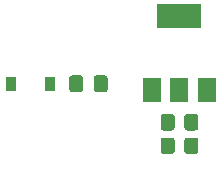
<source format=gbp>
G04 #@! TF.GenerationSoftware,KiCad,Pcbnew,5.1.9+dfsg1-1+deb11u1*
G04 #@! TF.CreationDate,2023-06-30T23:04:53+09:00*
G04 #@! TF.ProjectId,tablet-usb-adapter,7461626c-6574-42d7-9573-622d61646170,rev?*
G04 #@! TF.SameCoordinates,Original*
G04 #@! TF.FileFunction,Paste,Bot*
G04 #@! TF.FilePolarity,Positive*
%FSLAX46Y46*%
G04 Gerber Fmt 4.6, Leading zero omitted, Abs format (unit mm)*
G04 Created by KiCad (PCBNEW 5.1.9+dfsg1-1+deb11u1) date 2023-06-30 23:04:53*
%MOMM*%
%LPD*%
G01*
G04 APERTURE LIST*
%ADD10R,3.800000X2.000000*%
%ADD11R,1.500000X2.000000*%
%ADD12R,0.900000X1.200000*%
G04 APERTURE END LIST*
G36*
G01*
X145100000Y-81049999D02*
X145100000Y-81950001D01*
G75*
G02*
X144850001Y-82200000I-249999J0D01*
G01*
X144149999Y-82200000D01*
G75*
G02*
X143900000Y-81950001I0J249999D01*
G01*
X143900000Y-81049999D01*
G75*
G02*
X144149999Y-80800000I249999J0D01*
G01*
X144850001Y-80800000D01*
G75*
G02*
X145100000Y-81049999I0J-249999D01*
G01*
G37*
G36*
G01*
X143100000Y-81049999D02*
X143100000Y-81950001D01*
G75*
G02*
X142850001Y-82200000I-249999J0D01*
G01*
X142149999Y-82200000D01*
G75*
G02*
X141900000Y-81950001I0J249999D01*
G01*
X141900000Y-81049999D01*
G75*
G02*
X142149999Y-80800000I249999J0D01*
G01*
X142850001Y-80800000D01*
G75*
G02*
X143100000Y-81049999I0J-249999D01*
G01*
G37*
G36*
G01*
X134162500Y-78725000D02*
X134162500Y-77775000D01*
G75*
G02*
X134412500Y-77525000I250000J0D01*
G01*
X135087500Y-77525000D01*
G75*
G02*
X135337500Y-77775000I0J-250000D01*
G01*
X135337500Y-78725000D01*
G75*
G02*
X135087500Y-78975000I-250000J0D01*
G01*
X134412500Y-78975000D01*
G75*
G02*
X134162500Y-78725000I0J250000D01*
G01*
G37*
G36*
G01*
X136237500Y-78725000D02*
X136237500Y-77775000D01*
G75*
G02*
X136487500Y-77525000I250000J0D01*
G01*
X137162500Y-77525000D01*
G75*
G02*
X137412500Y-77775000I0J-250000D01*
G01*
X137412500Y-78725000D01*
G75*
G02*
X137162500Y-78975000I-250000J0D01*
G01*
X136487500Y-78975000D01*
G75*
G02*
X136237500Y-78725000I0J250000D01*
G01*
G37*
D10*
X143500000Y-72500000D03*
D11*
X143500000Y-78800000D03*
X141200000Y-78800000D03*
X145800000Y-78800000D03*
G36*
G01*
X143100000Y-83049999D02*
X143100000Y-83950001D01*
G75*
G02*
X142850001Y-84200000I-249999J0D01*
G01*
X142149999Y-84200000D01*
G75*
G02*
X141900000Y-83950001I0J249999D01*
G01*
X141900000Y-83049999D01*
G75*
G02*
X142149999Y-82800000I249999J0D01*
G01*
X142850001Y-82800000D01*
G75*
G02*
X143100000Y-83049999I0J-249999D01*
G01*
G37*
G36*
G01*
X145100000Y-83049999D02*
X145100000Y-83950001D01*
G75*
G02*
X144850001Y-84200000I-249999J0D01*
G01*
X144149999Y-84200000D01*
G75*
G02*
X143900000Y-83950001I0J249999D01*
G01*
X143900000Y-83049999D01*
G75*
G02*
X144149999Y-82800000I249999J0D01*
G01*
X144850001Y-82800000D01*
G75*
G02*
X145100000Y-83049999I0J-249999D01*
G01*
G37*
D12*
X129200000Y-78250000D03*
X132500000Y-78250000D03*
M02*

</source>
